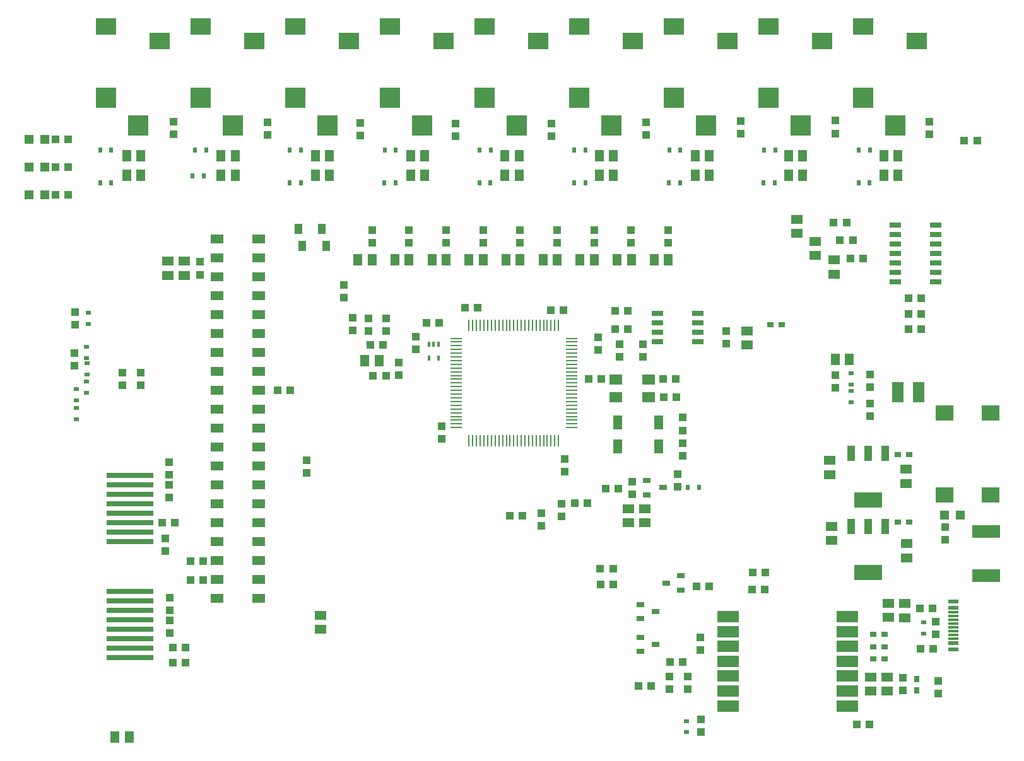
<source format=gbr>
G04 EAGLE Gerber RS-274X export*
G75*
%MOMM*%
%FSLAX34Y34*%
%LPD*%
%INSolderpaste Top*%
%IPPOS*%
%AMOC8*
5,1,8,0,0,1.08239X$1,22.5*%
G01*
%ADD10R,1.000000X2.100000*%
%ADD11R,3.700000X2.100000*%
%ADD12R,1.100000X1.000000*%
%ADD13R,2.800000X2.200000*%
%ADD14R,2.800000X2.800000*%
%ADD15R,1.300000X1.500000*%
%ADD16R,1.500000X1.300000*%
%ADD17R,1.000000X1.100000*%
%ADD18R,1.200000X1.200000*%
%ADD19R,2.400000X2.000000*%
%ADD20R,6.350000X0.760000*%
%ADD21R,1.500000X0.270000*%
%ADD22R,0.270000X1.500000*%
%ADD23R,1.300000X1.900000*%
%ADD24R,3.000000X1.500000*%
%ADD25R,1.778000X1.270000*%
%ADD26R,1.016000X0.635000*%
%ADD27R,0.600000X0.800000*%
%ADD28R,3.700000X1.700000*%
%ADD29R,1.400000X0.600000*%
%ADD30R,1.400000X0.300000*%
%ADD31R,0.800000X0.600000*%
%ADD32R,1.526000X0.650000*%
%ADD33R,1.800000X1.400000*%
%ADD34R,0.900000X0.800000*%
%ADD35R,0.800000X0.900000*%
%ADD36R,1.600000X2.700000*%
%ADD37R,1.525000X0.650000*%
%ADD38R,1.114600X1.361200*%
%ADD39R,1.050000X0.650000*%
%ADD40R,0.300000X0.750000*%


D10*
X1158410Y371617D03*
X1135410Y371617D03*
X1112410Y371617D03*
D11*
X1135410Y309617D03*
D12*
X697348Y388923D03*
X697348Y371923D03*
D13*
X113000Y1043000D03*
D14*
X113000Y947000D03*
D13*
X185000Y1023000D03*
D14*
X156000Y910000D03*
D15*
X140726Y869185D03*
X159726Y869185D03*
D12*
X469826Y768927D03*
X469826Y751927D03*
D15*
X450666Y729498D03*
X469666Y729498D03*
D13*
X240000Y1043000D03*
D14*
X240000Y947000D03*
D13*
X312000Y1023000D03*
D14*
X283000Y910000D03*
D15*
X267251Y869185D03*
X286251Y869185D03*
D12*
X519510Y768927D03*
X519510Y751927D03*
D15*
X500397Y729498D03*
X519397Y729498D03*
D13*
X367000Y1043000D03*
D14*
X367000Y947000D03*
D13*
X439000Y1023000D03*
D14*
X410000Y910000D03*
D15*
X393719Y869185D03*
X412719Y869185D03*
D12*
X569194Y768927D03*
X569194Y751927D03*
D15*
X550128Y729498D03*
X569128Y729498D03*
D16*
X1040035Y765010D03*
X1040035Y784010D03*
D12*
X197500Y410000D03*
X197500Y427000D03*
D17*
X45329Y890840D03*
X62329Y890840D03*
D18*
X9281Y890840D03*
X30281Y890840D03*
D13*
X748000Y1043000D03*
D14*
X748000Y947000D03*
D13*
X820000Y1023000D03*
D14*
X791000Y910000D03*
D13*
X621000Y1043000D03*
D14*
X621000Y947000D03*
D13*
X693000Y1023000D03*
D14*
X664000Y910000D03*
D13*
X494000Y1043000D03*
D14*
X494000Y947000D03*
D13*
X566000Y1023000D03*
D14*
X537000Y910000D03*
D13*
X875000Y1043000D03*
D14*
X875000Y947000D03*
D13*
X947000Y1023000D03*
D14*
X918000Y910000D03*
D13*
X1002000Y1043000D03*
D14*
X1002000Y947000D03*
D13*
X1074000Y1023000D03*
D14*
X1045000Y910000D03*
D13*
X1129000Y1043000D03*
D14*
X1129000Y947000D03*
D13*
X1201000Y1023000D03*
D14*
X1172000Y910000D03*
D19*
X1300000Y414000D03*
X1238000Y414000D03*
X1238000Y524000D03*
X1300000Y524000D03*
D20*
X144750Y440062D03*
X144750Y427362D03*
X144750Y414662D03*
X144750Y401962D03*
X144750Y389262D03*
X144750Y376562D03*
X144750Y363862D03*
X144750Y351162D03*
D21*
X582500Y504000D03*
X582500Y509000D03*
X582500Y514000D03*
X582500Y519000D03*
X582500Y524000D03*
X582500Y529000D03*
X582500Y534000D03*
X582500Y539000D03*
X582500Y544000D03*
X582500Y549000D03*
X582500Y554000D03*
X582500Y559000D03*
X582500Y564000D03*
X582500Y569000D03*
X582500Y574000D03*
X582500Y579000D03*
X582500Y584000D03*
X582500Y589000D03*
X582500Y594000D03*
X582500Y599000D03*
X582500Y604000D03*
X582500Y609000D03*
X582500Y614000D03*
X582500Y619000D03*
X582500Y624000D03*
X737500Y504000D03*
X737500Y509000D03*
X737500Y514000D03*
X737500Y519000D03*
X737500Y524000D03*
X737500Y529000D03*
X737500Y534000D03*
X737500Y539000D03*
X737500Y544000D03*
X737500Y549000D03*
X737500Y554000D03*
X737500Y559000D03*
X737500Y564000D03*
X737500Y569000D03*
X737500Y574000D03*
X737500Y579000D03*
X737500Y584000D03*
X737500Y589000D03*
X737500Y594000D03*
X737500Y599000D03*
X737500Y604000D03*
X737500Y609000D03*
X737500Y614000D03*
X737500Y619000D03*
X737500Y624000D03*
D22*
X720000Y641500D03*
X715000Y641500D03*
X710000Y641500D03*
X705000Y641500D03*
X700000Y641500D03*
X695000Y641500D03*
X690000Y641500D03*
X685000Y641500D03*
X680000Y641500D03*
X675000Y641500D03*
X670000Y641500D03*
X665000Y641500D03*
X660000Y641500D03*
X655000Y641500D03*
X650000Y641500D03*
X645000Y641500D03*
X640000Y641500D03*
X635000Y641500D03*
X630000Y641500D03*
X625000Y641500D03*
X620000Y641500D03*
X615000Y641500D03*
X610000Y641500D03*
X605000Y641500D03*
X600000Y641500D03*
X600000Y486500D03*
X605000Y486500D03*
X610000Y486500D03*
X615000Y486500D03*
X620000Y486500D03*
X625000Y486500D03*
X630000Y486500D03*
X635000Y486500D03*
X640000Y486500D03*
X645000Y486500D03*
X650000Y486500D03*
X655000Y486500D03*
X660000Y486500D03*
X665000Y486500D03*
X670000Y486500D03*
X675000Y486500D03*
X680000Y486500D03*
X685000Y486500D03*
X690000Y486500D03*
X695000Y486500D03*
X700000Y486500D03*
X705000Y486500D03*
X710000Y486500D03*
X715000Y486500D03*
X720000Y486500D03*
D12*
X1138248Y536344D03*
X1138248Y519344D03*
D16*
X1064252Y735300D03*
X1064252Y754300D03*
X1089721Y710158D03*
X1089721Y729158D03*
D12*
X1138249Y558136D03*
X1138249Y575136D03*
D15*
X521397Y869185D03*
X540397Y869185D03*
D12*
X618878Y768927D03*
X618878Y751927D03*
D15*
X599860Y729498D03*
X618860Y729498D03*
X648111Y869185D03*
X667111Y869185D03*
D12*
X668562Y768927D03*
X668562Y751927D03*
D15*
X649591Y729498D03*
X668591Y729498D03*
X774500Y869185D03*
X793500Y869185D03*
D12*
X718247Y768927D03*
X718247Y751927D03*
D15*
X699322Y729498D03*
X718322Y729498D03*
X903479Y869185D03*
X922479Y869185D03*
D12*
X767931Y768927D03*
X767931Y751927D03*
D15*
X749054Y729498D03*
X768054Y729498D03*
X1028546Y869185D03*
X1047546Y869185D03*
D12*
X817615Y768927D03*
X817615Y751927D03*
D15*
X798785Y729498D03*
X817785Y729498D03*
X1156383Y869185D03*
X1175383Y869185D03*
D12*
X867299Y768927D03*
X867299Y751927D03*
D15*
X848516Y729498D03*
X867516Y729498D03*
D23*
X799628Y478975D03*
X854628Y478975D03*
X854628Y510975D03*
X799628Y510975D03*
D24*
X947783Y250264D03*
X947783Y230264D03*
X947783Y210264D03*
X947783Y190264D03*
X947783Y170264D03*
X947783Y150264D03*
X947783Y130264D03*
X1107783Y130264D03*
X1107783Y150264D03*
X1107783Y170264D03*
X1107783Y190264D03*
X1107783Y210264D03*
X1107783Y230264D03*
X1107783Y250264D03*
D17*
X44750Y853840D03*
X61750Y853840D03*
D18*
X9281Y853840D03*
X30281Y853840D03*
D17*
X45227Y817051D03*
X62227Y817051D03*
D18*
X9281Y816840D03*
X30281Y816840D03*
D25*
X317299Y757173D03*
X261419Y757173D03*
X317299Y731773D03*
X261419Y731773D03*
X317299Y706373D03*
X261419Y706373D03*
X317299Y680973D03*
X261419Y680973D03*
X317299Y655573D03*
X261419Y655573D03*
X317299Y630173D03*
X261419Y630173D03*
X317299Y604773D03*
X261419Y604773D03*
X317299Y579373D03*
X261419Y579373D03*
X317299Y553973D03*
X261419Y553973D03*
X317299Y528573D03*
X261419Y528573D03*
X317299Y503173D03*
X261419Y503173D03*
X317299Y477773D03*
X261419Y477773D03*
X317299Y452373D03*
X261419Y452373D03*
X317299Y426973D03*
X261419Y426973D03*
X317299Y401573D03*
X261419Y401573D03*
X317299Y376173D03*
X261419Y376173D03*
X317299Y350773D03*
X261419Y350773D03*
X317299Y325373D03*
X261419Y325373D03*
X317299Y299973D03*
X261419Y299973D03*
X317299Y274573D03*
X261419Y274573D03*
D17*
X1181915Y151199D03*
X1181915Y168199D03*
D12*
X893000Y169500D03*
X893000Y152500D03*
X869000Y169500D03*
X869000Y152500D03*
X910000Y222500D03*
X910000Y205500D03*
D17*
X886500Y189000D03*
X869500Y189000D03*
X922500Y291000D03*
X905500Y291000D03*
X827336Y156799D03*
X844336Y156799D03*
X793500Y293000D03*
X776500Y293000D03*
X793122Y314759D03*
X776122Y314759D03*
D26*
X850000Y257000D03*
X830000Y247500D03*
X830000Y266500D03*
X850000Y213000D03*
X830000Y203500D03*
X830000Y222500D03*
X864368Y295470D03*
X884368Y304970D03*
X884368Y285970D03*
D12*
X187900Y376685D03*
X204900Y376685D03*
D16*
X1139174Y150211D03*
X1139174Y169211D03*
D12*
X1238640Y370264D03*
X1238640Y353264D03*
D18*
X1259329Y386931D03*
X1238329Y386931D03*
D27*
X119782Y833085D03*
X104782Y833085D03*
X244087Y841833D03*
X229087Y841833D03*
X374244Y833085D03*
X359244Y833085D03*
X501475Y833085D03*
X486475Y833085D03*
X628706Y833085D03*
X613706Y833085D03*
X755937Y833085D03*
X740937Y833085D03*
X883168Y833085D03*
X868168Y833085D03*
X1010399Y833085D03*
X995399Y833085D03*
X1137630Y833085D03*
X1122630Y833085D03*
D16*
X218000Y727500D03*
X218000Y708500D03*
X196000Y727500D03*
X196000Y708500D03*
D17*
X239000Y726500D03*
X239000Y709500D03*
X197500Y440500D03*
X197500Y457500D03*
X192000Y355500D03*
X192000Y338500D03*
D28*
X1294000Y305500D03*
X1294000Y364500D03*
D29*
X1249500Y206500D03*
X1249500Y214500D03*
X1249500Y262500D03*
X1249500Y270500D03*
D30*
X1249500Y221000D03*
X1249500Y226000D03*
X1249500Y231000D03*
X1249500Y236000D03*
X1249500Y241000D03*
X1249500Y246000D03*
X1249500Y251000D03*
X1249500Y256000D03*
D20*
X144750Y284062D03*
X144750Y271362D03*
X144750Y258662D03*
X144750Y245962D03*
X144750Y233262D03*
X144750Y220562D03*
X144750Y207862D03*
X144750Y195162D03*
D12*
X202218Y208864D03*
X219218Y208864D03*
D17*
X198000Y258500D03*
X198000Y275500D03*
D12*
X202310Y188407D03*
X219310Y188407D03*
D17*
X71233Y642349D03*
X71233Y659349D03*
X70813Y604212D03*
X70813Y587212D03*
D31*
X89452Y643314D03*
X89452Y658314D03*
X86934Y612453D03*
X86934Y597453D03*
D17*
X911124Y95267D03*
X911124Y112267D03*
D31*
X891832Y94984D03*
X891832Y109984D03*
D12*
X198279Y227967D03*
X198279Y244967D03*
D16*
X400337Y233192D03*
X400337Y252192D03*
X972702Y633876D03*
X972702Y614876D03*
X1184486Y267865D03*
X1184486Y248865D03*
D17*
X800119Y422268D03*
X783119Y422268D03*
D31*
X1210294Y242253D03*
X1210294Y227253D03*
D16*
X1162544Y268015D03*
X1162544Y249015D03*
D12*
X134416Y560969D03*
X134416Y577969D03*
X159045Y560609D03*
X159045Y577609D03*
D17*
X760332Y569642D03*
X777332Y569642D03*
D16*
X1187233Y348023D03*
X1187233Y329023D03*
D12*
X860686Y569082D03*
X877686Y569082D03*
X860843Y544980D03*
X877843Y544980D03*
D17*
X886290Y482792D03*
X886290Y465792D03*
X886224Y500385D03*
X886224Y517385D03*
D16*
X1086126Y371295D03*
X1086126Y352295D03*
D32*
X907071Y619376D03*
X907071Y632076D03*
X907071Y644776D03*
X907071Y657476D03*
X852831Y657476D03*
X852831Y644776D03*
X852831Y632076D03*
X852831Y619376D03*
D17*
X833576Y616064D03*
X833576Y599064D03*
X559887Y645087D03*
X542887Y645087D03*
D27*
X104827Y876864D03*
X119827Y876864D03*
X232096Y876864D03*
X247096Y876864D03*
X359366Y876864D03*
X374366Y876864D03*
X613904Y876864D03*
X628904Y876864D03*
X486635Y876864D03*
X501635Y876864D03*
X741173Y876864D03*
X756173Y876864D03*
X868443Y876864D03*
X883443Y876864D03*
X995712Y876864D03*
X1010712Y876864D03*
X1122981Y876864D03*
X1137981Y876864D03*
D17*
X243118Y324760D03*
X226118Y324760D03*
X243013Y299457D03*
X226013Y299457D03*
X1129159Y731269D03*
X1112159Y731269D03*
X1114862Y755933D03*
X1097862Y755933D03*
X1106411Y779356D03*
X1089411Y779356D03*
D31*
X86864Y550913D03*
X86864Y565913D03*
X87056Y575228D03*
X87056Y590228D03*
X73157Y556014D03*
X73157Y541014D03*
X72757Y530259D03*
X72757Y515259D03*
D12*
X1221561Y261556D03*
X1204561Y261556D03*
D17*
X359998Y554314D03*
X342998Y554314D03*
D33*
X796821Y544815D03*
X840821Y544815D03*
X840821Y568815D03*
X796821Y568815D03*
D17*
X432165Y678466D03*
X432165Y695466D03*
D12*
X1281625Y889823D03*
X1264625Y889823D03*
D15*
X1156383Y842693D03*
X1175383Y842693D03*
X774500Y842693D03*
X793500Y842693D03*
X393719Y842693D03*
X412719Y842693D03*
X267251Y842693D03*
X286251Y842693D03*
X648111Y842693D03*
X667111Y842693D03*
X140726Y842693D03*
X159726Y842693D03*
X521397Y842693D03*
X540397Y842693D03*
X1028546Y842693D03*
X1047546Y842693D03*
X903479Y842693D03*
X922479Y842693D03*
D12*
X723717Y384946D03*
X723717Y401946D03*
D17*
X671940Y386081D03*
X654940Y386081D03*
D34*
X1157309Y226190D03*
X1142069Y226190D03*
D12*
X1223110Y206848D03*
X1206110Y206848D03*
D17*
X996799Y286888D03*
X979799Y286888D03*
X997470Y309438D03*
X980470Y309438D03*
X1226086Y243671D03*
X1226086Y226671D03*
X945294Y633576D03*
X945294Y616576D03*
X801842Y616294D03*
X801842Y599294D03*
D35*
X1200973Y151051D03*
X1200973Y166291D03*
D34*
X1004367Y641896D03*
X1019607Y641896D03*
D17*
X1229284Y146537D03*
X1229284Y163537D03*
X728309Y461844D03*
X728309Y444844D03*
X563265Y489167D03*
X563265Y506167D03*
D12*
X594596Y665320D03*
X611596Y665320D03*
X709954Y661678D03*
X726954Y661678D03*
X741654Y402691D03*
X758654Y402691D03*
X796336Y636498D03*
X813336Y636498D03*
X795897Y660800D03*
X812897Y660800D03*
D17*
X528851Y608839D03*
X528851Y625839D03*
D12*
X489057Y650414D03*
X489057Y633414D03*
D10*
X1158410Y469226D03*
X1135410Y469226D03*
X1112410Y469226D03*
D11*
X1135410Y407226D03*
D16*
X1186678Y448194D03*
X1186678Y429194D03*
X1084184Y460020D03*
X1084184Y441020D03*
D34*
X1157309Y209817D03*
X1142069Y209817D03*
X1157309Y193444D03*
X1142069Y193444D03*
X1175240Y467782D03*
X1190480Y467782D03*
X1175565Y376974D03*
X1190805Y376974D03*
D16*
X1160790Y150233D03*
X1160790Y169233D03*
D12*
X1120400Y105201D03*
X1137400Y105201D03*
D17*
X382199Y459952D03*
X382199Y442952D03*
D15*
X1091374Y595930D03*
X1110374Y595930D03*
D12*
X1091364Y557470D03*
X1091364Y574470D03*
D17*
X444104Y634463D03*
X444104Y651463D03*
D12*
X465417Y633660D03*
X465417Y650660D03*
D15*
X143907Y88181D03*
X124907Y88181D03*
D36*
X1175454Y551241D03*
X1203454Y551241D03*
D37*
X1172072Y776025D03*
X1172072Y763325D03*
X1172072Y750625D03*
X1172072Y737925D03*
X1172072Y725225D03*
X1172072Y712525D03*
X1172072Y699825D03*
X1226312Y699825D03*
X1226312Y712525D03*
X1226312Y725225D03*
X1226312Y737925D03*
X1226312Y750625D03*
X1226312Y763325D03*
X1226312Y776025D03*
D17*
X1189573Y657019D03*
X1206573Y657019D03*
X1189696Y635900D03*
X1206696Y635900D03*
X1206394Y678079D03*
X1189394Y678079D03*
D12*
X1217270Y915031D03*
X1217270Y898031D03*
X1091179Y916194D03*
X1091179Y899194D03*
X964535Y915572D03*
X964535Y898572D03*
X582155Y912344D03*
X582155Y895344D03*
X710430Y912326D03*
X710430Y895326D03*
X837171Y914302D03*
X837171Y897302D03*
X454317Y913230D03*
X454317Y896230D03*
X329778Y913814D03*
X329778Y896814D03*
X203020Y914617D03*
X203020Y897617D03*
D17*
X488283Y573481D03*
X471283Y573481D03*
D12*
X505249Y591181D03*
X505249Y574181D03*
D15*
X479161Y594251D03*
X460161Y594251D03*
D17*
X484793Y615503D03*
X467793Y615503D03*
D38*
X402760Y770844D03*
X370752Y770844D03*
X376111Y748472D03*
X408119Y748472D03*
D39*
X838104Y432998D03*
X838104Y413798D03*
X860104Y423398D03*
D17*
X819267Y414410D03*
X819267Y431410D03*
D40*
X559092Y616301D03*
X552592Y616301D03*
X546092Y616301D03*
X546092Y597301D03*
X559092Y597301D03*
D17*
X880008Y424611D03*
X880008Y441611D03*
D12*
X773582Y625253D03*
X773582Y608253D03*
D31*
X1113013Y553092D03*
X1113013Y538092D03*
X1112794Y577098D03*
X1112794Y562098D03*
D27*
X893814Y423631D03*
X908814Y423631D03*
D16*
X813610Y395128D03*
X813610Y376128D03*
X835503Y395128D03*
X835503Y376128D03*
M02*

</source>
